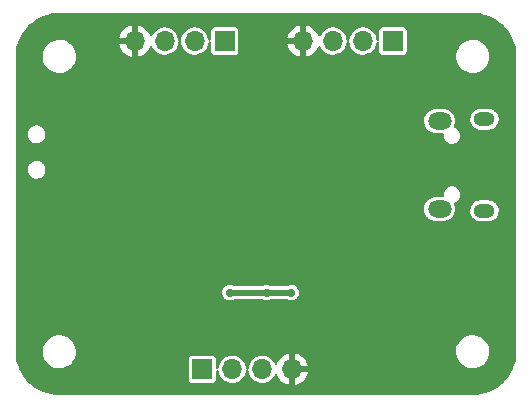
<source format=gbr>
%TF.GenerationSoftware,KiCad,Pcbnew,(6.0.9-0)*%
%TF.CreationDate,2022-12-10T19:00:01+01:00*%
%TF.ProjectId,KiCAD v6 Tutorial STM32,4b694341-4420-4763-9620-5475746f7269,rev?*%
%TF.SameCoordinates,Original*%
%TF.FileFunction,Copper,L2,Bot*%
%TF.FilePolarity,Positive*%
%FSLAX46Y46*%
G04 Gerber Fmt 4.6, Leading zero omitted, Abs format (unit mm)*
G04 Created by KiCad (PCBNEW (6.0.9-0)) date 2022-12-10 19:00:01*
%MOMM*%
%LPD*%
G01*
G04 APERTURE LIST*
%TA.AperFunction,ComponentPad*%
%ADD10O,2.000000X1.450000*%
%TD*%
%TA.AperFunction,ComponentPad*%
%ADD11O,1.800000X1.150000*%
%TD*%
%TA.AperFunction,ComponentPad*%
%ADD12R,1.700000X1.700000*%
%TD*%
%TA.AperFunction,ComponentPad*%
%ADD13O,1.700000X1.700000*%
%TD*%
%TA.AperFunction,ViaPad*%
%ADD14C,0.700000*%
%TD*%
%TA.AperFunction,Conductor*%
%ADD15C,0.500000*%
%TD*%
G04 APERTURE END LIST*
D10*
%TO.P,J1,6,Shield*%
%TO.N,N/C*%
X159695000Y-73425000D03*
D11*
X163495000Y-65825000D03*
X163495000Y-73575000D03*
D10*
X159695000Y-65975000D03*
%TD*%
D12*
%TO.P,J2,1,Pin_1*%
%TO.N,+3.3V*%
X141500000Y-59200000D03*
D13*
%TO.P,J2,2,Pin_2*%
%TO.N,/USART1_TX*%
X138960000Y-59200000D03*
%TO.P,J2,3,Pin_3*%
%TO.N,/USART_RX*%
X136420000Y-59200000D03*
%TO.P,J2,4,Pin_4*%
%TO.N,GND*%
X133880000Y-59200000D03*
%TD*%
D12*
%TO.P,J4,1,Pin_1*%
%TO.N,+3.3V*%
X139600000Y-87000000D03*
D13*
%TO.P,J4,2,Pin_2*%
%TO.N,/I2C2_SCL*%
X142140000Y-87000000D03*
%TO.P,J4,3,Pin_3*%
%TO.N,/I2C2_SDA*%
X144680000Y-87000000D03*
%TO.P,J4,4,Pin_4*%
%TO.N,GND*%
X147220000Y-87000000D03*
%TD*%
D12*
%TO.P,J3,1,Pin_1*%
%TO.N,+3.3V*%
X155750000Y-59200000D03*
D13*
%TO.P,J3,2,Pin_2*%
%TO.N,/SWDIO*%
X153210000Y-59200000D03*
%TO.P,J3,3,Pin_3*%
%TO.N,/SWCLK*%
X150670000Y-59200000D03*
%TO.P,J3,4,Pin_4*%
%TO.N,GND*%
X148130000Y-59200000D03*
%TD*%
D14*
%TO.N,+3.3V*%
X145050000Y-80500000D03*
X141950000Y-80500000D03*
X147150000Y-80500000D03*
%TO.N,GND*%
X147500000Y-73750000D03*
X137600000Y-73650000D03*
X155650000Y-78500000D03*
X158250000Y-77000000D03*
X132850000Y-71850000D03*
X139300000Y-66450000D03*
X156000000Y-74500000D03*
X127750000Y-65200000D03*
X152100000Y-68950000D03*
X160900000Y-68400000D03*
X143000000Y-68150000D03*
X143750000Y-77150000D03*
X159200000Y-77000000D03*
X137600000Y-68450000D03*
X137000000Y-76000000D03*
X156000000Y-73500000D03*
X137000000Y-77500000D03*
X142550000Y-72100000D03*
X161000000Y-75000000D03*
X156500000Y-78500000D03*
%TD*%
D15*
%TO.N,+3.3V*%
X145050000Y-80500000D02*
X141950000Y-80500000D01*
X147150000Y-80500000D02*
X145050000Y-80500000D01*
%TD*%
%TA.AperFunction,Conductor*%
%TO.N,GND*%
G36*
X162484391Y-56802384D02*
G01*
X162500000Y-56805136D01*
X162510684Y-56803252D01*
X162517609Y-56803252D01*
X162534466Y-56802193D01*
X162856534Y-56818015D01*
X162868639Y-56819208D01*
X163215721Y-56870693D01*
X163227636Y-56873063D01*
X163568008Y-56958321D01*
X163579644Y-56961851D01*
X163910000Y-57080055D01*
X163921235Y-57084708D01*
X164079835Y-57159720D01*
X164238430Y-57234730D01*
X164249162Y-57240467D01*
X164550102Y-57420844D01*
X164560220Y-57427604D01*
X164842050Y-57636623D01*
X164851456Y-57644343D01*
X165111428Y-57879967D01*
X165120033Y-57888572D01*
X165355657Y-58148544D01*
X165363377Y-58157950D01*
X165572396Y-58439780D01*
X165579156Y-58449898D01*
X165759533Y-58750838D01*
X165765270Y-58761570D01*
X165915290Y-59078761D01*
X165919945Y-59090000D01*
X166009983Y-59341638D01*
X166038148Y-59420354D01*
X166041679Y-59431992D01*
X166126937Y-59772364D01*
X166129307Y-59784279D01*
X166180792Y-60131358D01*
X166181985Y-60143466D01*
X166196505Y-60439031D01*
X166197807Y-60465533D01*
X166196748Y-60482391D01*
X166196748Y-60489316D01*
X166194864Y-60500000D01*
X166196748Y-60510683D01*
X166197616Y-60515606D01*
X166199500Y-60537139D01*
X166199500Y-85462861D01*
X166197616Y-85484391D01*
X166194864Y-85500000D01*
X166196748Y-85510684D01*
X166196748Y-85517609D01*
X166197807Y-85534466D01*
X166182262Y-85850901D01*
X166181985Y-85856531D01*
X166180792Y-85868639D01*
X166130287Y-86209122D01*
X166129309Y-86215713D01*
X166126937Y-86227636D01*
X166041681Y-86568001D01*
X166038149Y-86579644D01*
X165923424Y-86900278D01*
X165919946Y-86909997D01*
X165915292Y-86921235D01*
X165878039Y-87000000D01*
X165765270Y-87238430D01*
X165759533Y-87249162D01*
X165579156Y-87550102D01*
X165572396Y-87560220D01*
X165363377Y-87842050D01*
X165355657Y-87851456D01*
X165120033Y-88111428D01*
X165111428Y-88120033D01*
X164851456Y-88355657D01*
X164842050Y-88363377D01*
X164560220Y-88572396D01*
X164550102Y-88579156D01*
X164249162Y-88759533D01*
X164238430Y-88765270D01*
X164079834Y-88840280D01*
X163921235Y-88915292D01*
X163910000Y-88919945D01*
X163579646Y-89038148D01*
X163568008Y-89041679D01*
X163227636Y-89126937D01*
X163215721Y-89129307D01*
X162868639Y-89180792D01*
X162856534Y-89181985D01*
X162534466Y-89197807D01*
X162517609Y-89196748D01*
X162510684Y-89196748D01*
X162500000Y-89194864D01*
X162484391Y-89197616D01*
X162462861Y-89199500D01*
X127537139Y-89199500D01*
X127515609Y-89197616D01*
X127500000Y-89194864D01*
X127489316Y-89196748D01*
X127482391Y-89196748D01*
X127465534Y-89197807D01*
X127143466Y-89181985D01*
X127131361Y-89180792D01*
X126784279Y-89129307D01*
X126772364Y-89126937D01*
X126431992Y-89041679D01*
X126420354Y-89038148D01*
X126090000Y-88919945D01*
X126078765Y-88915292D01*
X125920165Y-88840280D01*
X125761570Y-88765270D01*
X125750838Y-88759533D01*
X125449898Y-88579156D01*
X125439780Y-88572396D01*
X125157950Y-88363377D01*
X125148544Y-88355657D01*
X124888572Y-88120033D01*
X124879967Y-88111428D01*
X124683488Y-87894646D01*
X138449500Y-87894646D01*
X138452618Y-87920846D01*
X138498061Y-88023153D01*
X138577287Y-88102241D01*
X138587758Y-88106870D01*
X138587759Y-88106871D01*
X138671147Y-88143737D01*
X138671149Y-88143738D01*
X138679673Y-88147506D01*
X138705354Y-88150500D01*
X140494646Y-88150500D01*
X140498300Y-88150065D01*
X140498302Y-88150065D01*
X140503266Y-88149474D01*
X140520846Y-88147382D01*
X140623153Y-88101939D01*
X140702241Y-88022713D01*
X140747506Y-87920327D01*
X140750500Y-87894646D01*
X140750500Y-87180300D01*
X140770185Y-87113261D01*
X140822989Y-87067506D01*
X140892147Y-87057562D01*
X140955703Y-87086587D01*
X140993477Y-87145365D01*
X140998234Y-87172190D01*
X140998423Y-87175072D01*
X140998425Y-87175082D01*
X140998796Y-87180749D01*
X141050845Y-87385690D01*
X141053219Y-87390841D01*
X141053221Y-87390845D01*
X141090908Y-87472594D01*
X141139369Y-87577714D01*
X141261405Y-87750391D01*
X141412865Y-87897937D01*
X141417588Y-87901093D01*
X141417592Y-87901096D01*
X141488663Y-87948584D01*
X141588677Y-88015411D01*
X141782953Y-88098878D01*
X141818277Y-88106871D01*
X141983638Y-88144289D01*
X141983642Y-88144290D01*
X141989186Y-88145544D01*
X142115315Y-88150500D01*
X142194789Y-88153623D01*
X142194791Y-88153623D01*
X142200470Y-88153846D01*
X142206090Y-88153031D01*
X142206092Y-88153031D01*
X142404103Y-88124320D01*
X142404104Y-88124320D01*
X142409730Y-88123504D01*
X142445305Y-88111428D01*
X142604565Y-88057367D01*
X142604568Y-88057366D01*
X142609955Y-88055537D01*
X142614916Y-88052759D01*
X142614922Y-88052756D01*
X142721530Y-87993052D01*
X142794442Y-87952219D01*
X142832165Y-87920846D01*
X142952645Y-87820644D01*
X142957012Y-87817012D01*
X142999155Y-87766340D01*
X143088584Y-87658813D01*
X143088585Y-87658811D01*
X143092219Y-87654442D01*
X143144986Y-87560220D01*
X143192756Y-87474922D01*
X143192759Y-87474916D01*
X143195537Y-87469955D01*
X143211232Y-87423721D01*
X143261675Y-87275118D01*
X143263504Y-87269730D01*
X143265726Y-87254404D01*
X143287820Y-87102033D01*
X143316921Y-87038512D01*
X143370225Y-87004346D01*
X143450974Y-87004346D01*
X143504347Y-87038736D01*
X143533296Y-87102327D01*
X143534271Y-87111707D01*
X143538796Y-87180749D01*
X143590845Y-87385690D01*
X143593219Y-87390841D01*
X143593221Y-87390845D01*
X143630908Y-87472594D01*
X143679369Y-87577714D01*
X143801405Y-87750391D01*
X143952865Y-87897937D01*
X143957588Y-87901093D01*
X143957592Y-87901096D01*
X144028663Y-87948584D01*
X144128677Y-88015411D01*
X144322953Y-88098878D01*
X144358277Y-88106871D01*
X144523638Y-88144289D01*
X144523642Y-88144290D01*
X144529186Y-88145544D01*
X144655315Y-88150500D01*
X144734789Y-88153623D01*
X144734791Y-88153623D01*
X144740470Y-88153846D01*
X144746090Y-88153031D01*
X144746092Y-88153031D01*
X144944103Y-88124320D01*
X144944104Y-88124320D01*
X144949730Y-88123504D01*
X144985305Y-88111428D01*
X145144565Y-88057367D01*
X145144568Y-88057366D01*
X145149955Y-88055537D01*
X145154916Y-88052759D01*
X145154922Y-88052756D01*
X145261530Y-87993052D01*
X145334442Y-87952219D01*
X145372165Y-87920846D01*
X145492645Y-87820644D01*
X145497012Y-87817012D01*
X145539155Y-87766340D01*
X145628584Y-87658813D01*
X145628585Y-87658811D01*
X145632219Y-87654442D01*
X145734059Y-87472594D01*
X145783990Y-87423721D01*
X145852418Y-87409601D01*
X145917617Y-87434717D01*
X145954630Y-87480778D01*
X146044110Y-87672667D01*
X146049508Y-87682017D01*
X146178784Y-87866643D01*
X146185719Y-87874907D01*
X146345091Y-88034279D01*
X146353357Y-88041215D01*
X146537992Y-88170498D01*
X146547324Y-88175886D01*
X146751603Y-88271143D01*
X146761736Y-88274832D01*
X146952779Y-88326022D01*
X146966653Y-88325691D01*
X146970000Y-88317875D01*
X146970000Y-88312806D01*
X147470000Y-88312806D01*
X147473910Y-88326123D01*
X147482326Y-88327333D01*
X147678264Y-88274832D01*
X147688397Y-88271143D01*
X147892676Y-88175886D01*
X147902008Y-88170498D01*
X148086643Y-88041215D01*
X148094909Y-88034279D01*
X148254281Y-87874907D01*
X148261216Y-87866643D01*
X148390492Y-87682017D01*
X148395890Y-87672667D01*
X148491143Y-87468397D01*
X148494832Y-87458264D01*
X148546022Y-87267221D01*
X148545691Y-87253347D01*
X148537875Y-87250000D01*
X147487830Y-87250000D01*
X147472831Y-87254404D01*
X147471644Y-87255774D01*
X147470000Y-87263332D01*
X147470000Y-88312806D01*
X146970000Y-88312806D01*
X146970000Y-86732170D01*
X147470000Y-86732170D01*
X147474404Y-86747169D01*
X147475774Y-86748356D01*
X147483332Y-86750000D01*
X148532806Y-86750000D01*
X148546123Y-86746090D01*
X148547333Y-86737674D01*
X148494832Y-86541736D01*
X148491143Y-86531603D01*
X148395890Y-86327333D01*
X148390492Y-86317983D01*
X148261216Y-86133357D01*
X148254281Y-86125093D01*
X148094909Y-85965721D01*
X148086643Y-85958785D01*
X147902008Y-85829502D01*
X147892676Y-85824114D01*
X147688397Y-85728857D01*
X147678264Y-85725168D01*
X147487221Y-85673978D01*
X147473347Y-85674309D01*
X147470000Y-85682125D01*
X147470000Y-86732170D01*
X146970000Y-86732170D01*
X146970000Y-85687194D01*
X146966090Y-85673877D01*
X146957674Y-85672667D01*
X146761736Y-85725168D01*
X146751603Y-85728857D01*
X146547333Y-85824110D01*
X146537983Y-85829508D01*
X146353357Y-85958784D01*
X146345093Y-85965719D01*
X146185719Y-86125093D01*
X146178784Y-86133357D01*
X146049508Y-86317983D01*
X146044110Y-86327333D01*
X145952664Y-86523438D01*
X145906491Y-86575877D01*
X145839298Y-86595029D01*
X145772417Y-86574813D01*
X145729071Y-86525878D01*
X145665165Y-86396290D01*
X145538651Y-86226867D01*
X145534481Y-86223012D01*
X145534478Y-86223009D01*
X145428552Y-86125093D01*
X145383381Y-86083337D01*
X145377574Y-86079673D01*
X145209363Y-85973539D01*
X145209361Y-85973538D01*
X145204554Y-85970505D01*
X145008160Y-85892152D01*
X145002579Y-85891042D01*
X145002576Y-85891041D01*
X144889966Y-85868642D01*
X144800775Y-85850901D01*
X144795088Y-85850827D01*
X144795083Y-85850826D01*
X144595034Y-85848207D01*
X144595029Y-85848207D01*
X144589346Y-85848133D01*
X144583742Y-85849096D01*
X144583741Y-85849096D01*
X144386550Y-85882979D01*
X144386547Y-85882980D01*
X144380953Y-85883941D01*
X144182575Y-85957127D01*
X144177697Y-85960029D01*
X144177695Y-85960030D01*
X144005740Y-86062332D01*
X144005737Y-86062334D01*
X144000856Y-86065238D01*
X143841881Y-86204655D01*
X143838362Y-86209119D01*
X143838359Y-86209122D01*
X143813489Y-86240670D01*
X143710976Y-86370708D01*
X143612523Y-86557836D01*
X143610837Y-86563267D01*
X143610835Y-86563271D01*
X143575166Y-86678145D01*
X143549820Y-86759773D01*
X143532851Y-86903140D01*
X143505425Y-86967398D01*
X143450974Y-87004346D01*
X143370225Y-87004346D01*
X143370667Y-87004063D01*
X143318057Y-86972081D01*
X143287453Y-86909271D01*
X143286232Y-86899909D01*
X143276601Y-86795100D01*
X143276081Y-86789440D01*
X143218686Y-86585931D01*
X143125165Y-86396290D01*
X142998651Y-86226867D01*
X142994481Y-86223012D01*
X142994478Y-86223009D01*
X142888552Y-86125093D01*
X142843381Y-86083337D01*
X142837574Y-86079673D01*
X142669363Y-85973539D01*
X142669361Y-85973538D01*
X142664554Y-85970505D01*
X142468160Y-85892152D01*
X142462579Y-85891042D01*
X142462576Y-85891041D01*
X142349966Y-85868642D01*
X142260775Y-85850901D01*
X142255088Y-85850827D01*
X142255083Y-85850826D01*
X142055034Y-85848207D01*
X142055029Y-85848207D01*
X142049346Y-85848133D01*
X142043742Y-85849096D01*
X142043741Y-85849096D01*
X141846550Y-85882979D01*
X141846547Y-85882980D01*
X141840953Y-85883941D01*
X141642575Y-85957127D01*
X141637697Y-85960029D01*
X141637695Y-85960030D01*
X141465740Y-86062332D01*
X141465737Y-86062334D01*
X141460856Y-86065238D01*
X141301881Y-86204655D01*
X141298362Y-86209119D01*
X141298359Y-86209122D01*
X141273489Y-86240670D01*
X141170976Y-86370708D01*
X141072523Y-86557836D01*
X141070837Y-86563267D01*
X141070835Y-86563271D01*
X141035166Y-86678145D01*
X141009820Y-86759773D01*
X141009152Y-86765418D01*
X141009151Y-86765422D01*
X140997640Y-86862681D01*
X140970213Y-86926942D01*
X140912397Y-86966173D01*
X140842549Y-86967919D01*
X140782845Y-86931625D01*
X140752241Y-86868814D01*
X140750500Y-86848106D01*
X140750500Y-86105354D01*
X140747382Y-86079154D01*
X140701939Y-85976847D01*
X140622713Y-85897759D01*
X140612242Y-85893130D01*
X140612241Y-85893129D01*
X140528853Y-85856263D01*
X140528851Y-85856262D01*
X140520327Y-85852494D01*
X140494646Y-85849500D01*
X138705354Y-85849500D01*
X138701700Y-85849935D01*
X138701698Y-85849935D01*
X138696734Y-85850526D01*
X138679154Y-85852618D01*
X138576847Y-85898061D01*
X138497759Y-85977287D01*
X138493130Y-85987758D01*
X138493129Y-85987759D01*
X138458876Y-86065238D01*
X138452494Y-86079673D01*
X138449500Y-86105354D01*
X138449500Y-87894646D01*
X124683488Y-87894646D01*
X124644343Y-87851456D01*
X124636623Y-87842050D01*
X124427604Y-87560220D01*
X124420844Y-87550102D01*
X124240467Y-87249162D01*
X124234730Y-87238430D01*
X124121961Y-87000000D01*
X124084708Y-86921235D01*
X124080054Y-86909997D01*
X124076577Y-86900278D01*
X123961851Y-86579644D01*
X123958319Y-86568001D01*
X123873063Y-86227636D01*
X123870691Y-86215713D01*
X123869714Y-86209122D01*
X123819208Y-85868639D01*
X123818015Y-85856531D01*
X123817739Y-85850901D01*
X123802193Y-85534466D01*
X123803252Y-85517609D01*
X123803252Y-85510684D01*
X123805136Y-85500000D01*
X123802384Y-85484391D01*
X123800500Y-85462861D01*
X123800500Y-85433789D01*
X126095996Y-85433789D01*
X126104913Y-85671295D01*
X126105990Y-85676430D01*
X126105991Y-85676435D01*
X126152493Y-85898061D01*
X126153719Y-85903904D01*
X126155648Y-85908788D01*
X126155649Y-85908792D01*
X126186657Y-85987309D01*
X126241020Y-86124963D01*
X126243741Y-86129447D01*
X126243743Y-86129451D01*
X126311233Y-86240670D01*
X126364319Y-86328153D01*
X126520090Y-86507664D01*
X126703880Y-86658362D01*
X126708441Y-86660958D01*
X126708442Y-86660959D01*
X126905875Y-86773345D01*
X126905880Y-86773347D01*
X126910433Y-86775939D01*
X127133844Y-86857034D01*
X127367725Y-86899326D01*
X127392619Y-86900500D01*
X127559680Y-86900500D01*
X127562296Y-86900278D01*
X127562297Y-86900278D01*
X127731590Y-86885913D01*
X127736823Y-86885469D01*
X127966874Y-86825760D01*
X128183576Y-86728143D01*
X128380732Y-86595409D01*
X128552705Y-86431355D01*
X128694579Y-86240670D01*
X128696958Y-86235991D01*
X128799913Y-86033493D01*
X128799915Y-86033488D01*
X128802295Y-86028807D01*
X128815181Y-85987309D01*
X128871215Y-85806848D01*
X128872775Y-85801824D01*
X128873466Y-85796612D01*
X128903315Y-85571412D01*
X128903315Y-85571408D01*
X128904004Y-85566211D01*
X128899032Y-85433789D01*
X161095996Y-85433789D01*
X161104913Y-85671295D01*
X161105990Y-85676430D01*
X161105991Y-85676435D01*
X161152493Y-85898061D01*
X161153719Y-85903904D01*
X161155648Y-85908788D01*
X161155649Y-85908792D01*
X161186657Y-85987309D01*
X161241020Y-86124963D01*
X161243741Y-86129447D01*
X161243743Y-86129451D01*
X161311233Y-86240670D01*
X161364319Y-86328153D01*
X161520090Y-86507664D01*
X161703880Y-86658362D01*
X161708441Y-86660958D01*
X161708442Y-86660959D01*
X161905875Y-86773345D01*
X161905880Y-86773347D01*
X161910433Y-86775939D01*
X162133844Y-86857034D01*
X162367725Y-86899326D01*
X162392619Y-86900500D01*
X162559680Y-86900500D01*
X162562296Y-86900278D01*
X162562297Y-86900278D01*
X162731590Y-86885913D01*
X162736823Y-86885469D01*
X162966874Y-86825760D01*
X163183576Y-86728143D01*
X163380732Y-86595409D01*
X163552705Y-86431355D01*
X163694579Y-86240670D01*
X163696958Y-86235991D01*
X163799913Y-86033493D01*
X163799915Y-86033488D01*
X163802295Y-86028807D01*
X163815181Y-85987309D01*
X163871215Y-85806848D01*
X163872775Y-85801824D01*
X163873466Y-85796612D01*
X163903315Y-85571412D01*
X163903315Y-85571408D01*
X163904004Y-85566211D01*
X163895087Y-85328705D01*
X163867700Y-85198176D01*
X163847361Y-85101242D01*
X163847360Y-85101239D01*
X163846281Y-85096096D01*
X163758980Y-84875037D01*
X163691607Y-84764009D01*
X163638408Y-84676341D01*
X163635681Y-84671847D01*
X163479910Y-84492336D01*
X163296120Y-84341638D01*
X163178687Y-84274791D01*
X163094125Y-84226655D01*
X163094120Y-84226653D01*
X163089567Y-84224061D01*
X162866156Y-84142966D01*
X162632275Y-84100674D01*
X162607381Y-84099500D01*
X162440320Y-84099500D01*
X162437704Y-84099722D01*
X162437703Y-84099722D01*
X162426484Y-84100674D01*
X162263177Y-84114531D01*
X162033126Y-84174240D01*
X161816424Y-84271857D01*
X161619268Y-84404591D01*
X161447295Y-84568645D01*
X161305421Y-84759330D01*
X161303042Y-84764008D01*
X161303042Y-84764009D01*
X161248875Y-84870549D01*
X161197705Y-84971193D01*
X161127225Y-85198176D01*
X161095996Y-85433789D01*
X128899032Y-85433789D01*
X128895087Y-85328705D01*
X128867700Y-85198176D01*
X128847361Y-85101242D01*
X128847360Y-85101239D01*
X128846281Y-85096096D01*
X128758980Y-84875037D01*
X128691607Y-84764009D01*
X128638408Y-84676341D01*
X128635681Y-84671847D01*
X128479910Y-84492336D01*
X128296120Y-84341638D01*
X128178687Y-84274791D01*
X128094125Y-84226655D01*
X128094120Y-84226653D01*
X128089567Y-84224061D01*
X127866156Y-84142966D01*
X127632275Y-84100674D01*
X127607381Y-84099500D01*
X127440320Y-84099500D01*
X127437704Y-84099722D01*
X127437703Y-84099722D01*
X127426484Y-84100674D01*
X127263177Y-84114531D01*
X127033126Y-84174240D01*
X126816424Y-84271857D01*
X126619268Y-84404591D01*
X126447295Y-84568645D01*
X126305421Y-84759330D01*
X126303042Y-84764008D01*
X126303042Y-84764009D01*
X126248875Y-84870549D01*
X126197705Y-84971193D01*
X126127225Y-85198176D01*
X126095996Y-85433789D01*
X123800500Y-85433789D01*
X123800500Y-80493138D01*
X141294758Y-80493138D01*
X141295578Y-80500566D01*
X141295578Y-80500568D01*
X141297474Y-80517744D01*
X141312035Y-80649633D01*
X141366143Y-80797490D01*
X141453958Y-80928172D01*
X141476183Y-80948395D01*
X141564878Y-81029102D01*
X141564882Y-81029105D01*
X141570410Y-81034135D01*
X141576980Y-81037702D01*
X141576981Y-81037703D01*
X141702208Y-81105696D01*
X141708776Y-81109262D01*
X141811031Y-81136088D01*
X141853841Y-81147319D01*
X141853843Y-81147319D01*
X141861069Y-81149215D01*
X141938127Y-81150425D01*
X142011025Y-81151571D01*
X142011028Y-81151571D01*
X142018495Y-81151688D01*
X142025776Y-81150020D01*
X142025780Y-81150020D01*
X142164677Y-81118208D01*
X142164678Y-81118208D01*
X142171968Y-81116538D01*
X142276981Y-81063722D01*
X142332697Y-81050500D01*
X144669058Y-81050500D01*
X144728226Y-81065527D01*
X144808776Y-81109262D01*
X144911031Y-81136088D01*
X144953841Y-81147319D01*
X144953843Y-81147319D01*
X144961069Y-81149215D01*
X145038127Y-81150425D01*
X145111025Y-81151571D01*
X145111028Y-81151571D01*
X145118495Y-81151688D01*
X145125776Y-81150020D01*
X145125780Y-81150020D01*
X145264677Y-81118208D01*
X145264678Y-81118208D01*
X145271968Y-81116538D01*
X145376981Y-81063722D01*
X145432697Y-81050500D01*
X146769058Y-81050500D01*
X146828226Y-81065527D01*
X146908776Y-81109262D01*
X147011031Y-81136088D01*
X147053841Y-81147319D01*
X147053843Y-81147319D01*
X147061069Y-81149215D01*
X147138127Y-81150425D01*
X147211025Y-81151571D01*
X147211028Y-81151571D01*
X147218495Y-81151688D01*
X147225776Y-81150020D01*
X147225780Y-81150020D01*
X147364681Y-81118207D01*
X147371968Y-81116538D01*
X147512625Y-81045795D01*
X147518306Y-81040943D01*
X147518309Y-81040941D01*
X147626666Y-80948395D01*
X147626667Y-80948394D01*
X147632348Y-80943542D01*
X147643393Y-80928172D01*
X147663798Y-80899775D01*
X147724224Y-80815683D01*
X147782950Y-80669598D01*
X147784793Y-80656649D01*
X147804562Y-80517744D01*
X147804562Y-80517740D01*
X147805134Y-80513723D01*
X147805278Y-80500000D01*
X147786363Y-80343694D01*
X147730710Y-80196412D01*
X147722337Y-80184229D01*
X147645768Y-80072821D01*
X147645765Y-80072818D01*
X147641531Y-80066657D01*
X147523976Y-79961919D01*
X147384831Y-79888245D01*
X147232128Y-79849889D01*
X147150329Y-79849461D01*
X147082158Y-79849104D01*
X147082157Y-79849104D01*
X147074684Y-79849065D01*
X147067421Y-79850809D01*
X147067418Y-79850809D01*
X146998136Y-79867442D01*
X146921588Y-79885820D01*
X146856418Y-79919457D01*
X146824968Y-79935689D01*
X146768096Y-79949500D01*
X145431324Y-79949500D01*
X145373301Y-79935087D01*
X145291443Y-79891745D01*
X145291437Y-79891743D01*
X145284831Y-79888245D01*
X145132128Y-79849889D01*
X145050329Y-79849461D01*
X144982158Y-79849104D01*
X144982157Y-79849104D01*
X144974684Y-79849065D01*
X144967421Y-79850809D01*
X144967418Y-79850809D01*
X144898136Y-79867442D01*
X144821588Y-79885820D01*
X144756418Y-79919457D01*
X144724968Y-79935689D01*
X144668096Y-79949500D01*
X142331324Y-79949500D01*
X142273301Y-79935087D01*
X142191443Y-79891745D01*
X142191437Y-79891743D01*
X142184831Y-79888245D01*
X142032128Y-79849889D01*
X141950329Y-79849461D01*
X141882158Y-79849104D01*
X141882157Y-79849104D01*
X141874684Y-79849065D01*
X141867421Y-79850809D01*
X141867418Y-79850809D01*
X141798136Y-79867442D01*
X141721588Y-79885820D01*
X141581679Y-79958032D01*
X141463034Y-80061533D01*
X141372501Y-80190348D01*
X141315309Y-80337039D01*
X141294758Y-80493138D01*
X123800500Y-80493138D01*
X123800500Y-73417806D01*
X158389563Y-73417806D01*
X158390112Y-73423839D01*
X158390112Y-73423843D01*
X158399395Y-73525840D01*
X158407790Y-73618089D01*
X158409501Y-73623902D01*
X158409501Y-73623903D01*
X158411944Y-73632203D01*
X158464572Y-73811018D01*
X158557746Y-73989243D01*
X158651919Y-74106370D01*
X158679137Y-74140222D01*
X158683763Y-74145976D01*
X158837823Y-74275248D01*
X159014058Y-74372134D01*
X159019840Y-74373968D01*
X159019842Y-74373969D01*
X159199976Y-74431111D01*
X159199978Y-74431111D01*
X159205755Y-74432944D01*
X159260287Y-74439061D01*
X159358815Y-74450113D01*
X159358821Y-74450113D01*
X159362268Y-74450500D01*
X160020606Y-74450500D01*
X160023621Y-74450204D01*
X160023629Y-74450204D01*
X160164115Y-74436429D01*
X160164117Y-74436429D01*
X160170151Y-74435837D01*
X160362679Y-74377710D01*
X160540249Y-74283294D01*
X160696099Y-74156186D01*
X160824292Y-74001227D01*
X160831203Y-73988446D01*
X160917059Y-73829658D01*
X160917060Y-73829656D01*
X160919945Y-73824320D01*
X160979415Y-73632203D01*
X160990594Y-73525840D01*
X162290711Y-73525840D01*
X162300667Y-73715801D01*
X162351181Y-73899193D01*
X162439898Y-74067460D01*
X162444229Y-74072585D01*
X162444231Y-74072588D01*
X162558345Y-74207624D01*
X162562678Y-74212751D01*
X162568012Y-74216829D01*
X162708456Y-74324207D01*
X162708459Y-74324209D01*
X162713793Y-74328287D01*
X162719882Y-74331126D01*
X162719883Y-74331127D01*
X162880109Y-74405841D01*
X162886193Y-74408678D01*
X162892738Y-74410141D01*
X162892741Y-74410142D01*
X162984890Y-74430740D01*
X163071834Y-74450174D01*
X163077665Y-74450500D01*
X163867517Y-74450500D01*
X164009109Y-74435118D01*
X164189396Y-74374445D01*
X164352447Y-74276474D01*
X164479649Y-74156186D01*
X164485781Y-74150387D01*
X164490658Y-74145775D01*
X164540396Y-74072588D01*
X164593804Y-73994000D01*
X164593806Y-73993997D01*
X164597578Y-73988446D01*
X164600070Y-73982216D01*
X164600072Y-73982212D01*
X164665727Y-73818062D01*
X164668221Y-73811827D01*
X164669318Y-73805202D01*
X164698192Y-73630788D01*
X164698192Y-73630786D01*
X164699289Y-73624160D01*
X164689333Y-73434199D01*
X164638819Y-73250807D01*
X164550102Y-73082540D01*
X164506947Y-73031472D01*
X164431655Y-72942376D01*
X164431653Y-72942374D01*
X164427322Y-72937249D01*
X164343976Y-72873526D01*
X164281544Y-72825793D01*
X164281541Y-72825791D01*
X164276207Y-72821713D01*
X164203367Y-72787747D01*
X164109891Y-72744159D01*
X164103807Y-72741322D01*
X164097262Y-72739859D01*
X164097259Y-72739858D01*
X163985522Y-72714882D01*
X163918166Y-72699826D01*
X163912335Y-72699500D01*
X163122483Y-72699500D01*
X162980891Y-72714882D01*
X162800604Y-72775555D01*
X162637553Y-72873526D01*
X162499342Y-73004225D01*
X162495569Y-73009777D01*
X162495568Y-73009778D01*
X162442083Y-73088480D01*
X162392422Y-73161554D01*
X162389930Y-73167784D01*
X162389928Y-73167788D01*
X162369926Y-73217797D01*
X162321779Y-73338173D01*
X162320683Y-73344796D01*
X162320682Y-73344798D01*
X162306954Y-73427726D01*
X162290711Y-73525840D01*
X160990594Y-73525840D01*
X161000437Y-73432194D01*
X160992484Y-73344798D01*
X160984519Y-73257280D01*
X160982210Y-73231911D01*
X160925428Y-73038982D01*
X160922617Y-73033606D01*
X160920346Y-73027984D01*
X160921705Y-73027435D01*
X160909512Y-72966039D01*
X160935113Y-72901029D01*
X160984618Y-72865100D01*
X160984029Y-72863928D01*
X161128820Y-72791106D01*
X161128822Y-72791105D01*
X161135498Y-72787747D01*
X161141180Y-72782894D01*
X161141183Y-72782892D01*
X161258741Y-72682487D01*
X161264423Y-72677634D01*
X161363361Y-72539947D01*
X161426601Y-72382634D01*
X161450490Y-72214778D01*
X161450645Y-72200000D01*
X161430276Y-72031680D01*
X161370345Y-71873077D01*
X161361657Y-71860436D01*
X161278549Y-71739513D01*
X161278546Y-71739510D01*
X161274312Y-71733349D01*
X161147721Y-71620560D01*
X161133347Y-71612949D01*
X161004489Y-71544723D01*
X160997881Y-71541224D01*
X160833441Y-71499919D01*
X160747248Y-71499468D01*
X160671368Y-71499070D01*
X160671367Y-71499070D01*
X160663895Y-71499031D01*
X160642235Y-71504231D01*
X160506295Y-71536868D01*
X160506293Y-71536869D01*
X160499032Y-71538612D01*
X160492399Y-71542035D01*
X160492395Y-71542037D01*
X160425465Y-71576583D01*
X160348369Y-71616375D01*
X160220604Y-71727831D01*
X160123113Y-71866547D01*
X160061524Y-72024513D01*
X160039394Y-72192611D01*
X160040214Y-72200039D01*
X160040214Y-72200041D01*
X160047043Y-72261893D01*
X160034834Y-72330687D01*
X159987370Y-72381960D01*
X159923792Y-72399500D01*
X159369394Y-72399500D01*
X159366379Y-72399796D01*
X159366371Y-72399796D01*
X159225885Y-72413571D01*
X159225883Y-72413571D01*
X159219849Y-72414163D01*
X159027321Y-72472290D01*
X158849751Y-72566706D01*
X158693901Y-72693814D01*
X158565708Y-72848773D01*
X158562822Y-72854110D01*
X158562821Y-72854112D01*
X158481656Y-73004225D01*
X158470055Y-73025680D01*
X158410585Y-73217797D01*
X158389563Y-73417806D01*
X123800500Y-73417806D01*
X123800500Y-70140862D01*
X124815497Y-70140862D01*
X124845134Y-70313340D01*
X124913654Y-70474373D01*
X124917921Y-70480171D01*
X124917922Y-70480173D01*
X124975092Y-70557857D01*
X125017383Y-70615324D01*
X125022874Y-70619989D01*
X125022875Y-70619990D01*
X125145261Y-70723965D01*
X125145264Y-70723967D01*
X125150755Y-70728632D01*
X125157172Y-70731909D01*
X125157174Y-70731910D01*
X125223616Y-70765837D01*
X125306616Y-70808219D01*
X125313612Y-70809931D01*
X125313615Y-70809932D01*
X125384763Y-70827341D01*
X125476606Y-70849815D01*
X125482114Y-70850157D01*
X125482116Y-70850157D01*
X125485744Y-70850382D01*
X125485748Y-70850382D01*
X125487648Y-70850500D01*
X125613822Y-70850500D01*
X125743828Y-70835343D01*
X125750595Y-70832887D01*
X125750598Y-70832886D01*
X125901557Y-70778090D01*
X125901558Y-70778089D01*
X125908331Y-70775631D01*
X126054685Y-70679677D01*
X126059637Y-70674449D01*
X126059640Y-70674447D01*
X126170087Y-70557857D01*
X126170089Y-70557855D01*
X126175040Y-70552628D01*
X126178656Y-70546403D01*
X126178658Y-70546400D01*
X126259322Y-70407525D01*
X126262939Y-70401298D01*
X126313667Y-70233807D01*
X126324503Y-70059138D01*
X126294866Y-69886660D01*
X126226346Y-69725627D01*
X126173340Y-69653600D01*
X126126888Y-69590479D01*
X126126886Y-69590477D01*
X126122617Y-69584676D01*
X126042216Y-69516370D01*
X125994739Y-69476035D01*
X125994736Y-69476033D01*
X125989245Y-69471368D01*
X125982828Y-69468091D01*
X125982826Y-69468090D01*
X125892388Y-69421910D01*
X125833384Y-69391781D01*
X125826388Y-69390069D01*
X125826385Y-69390068D01*
X125755237Y-69372659D01*
X125663394Y-69350185D01*
X125657886Y-69349843D01*
X125657884Y-69349843D01*
X125654256Y-69349618D01*
X125654252Y-69349618D01*
X125652352Y-69349500D01*
X125526178Y-69349500D01*
X125396172Y-69364657D01*
X125389405Y-69367113D01*
X125389402Y-69367114D01*
X125238443Y-69421910D01*
X125231669Y-69424369D01*
X125085315Y-69520323D01*
X125080363Y-69525551D01*
X125080360Y-69525553D01*
X125018855Y-69590479D01*
X124964960Y-69647372D01*
X124961344Y-69653597D01*
X124961342Y-69653600D01*
X124922875Y-69719827D01*
X124877061Y-69798702D01*
X124826333Y-69966193D01*
X124815497Y-70140862D01*
X123800500Y-70140862D01*
X123800500Y-67140862D01*
X124815497Y-67140862D01*
X124845134Y-67313340D01*
X124913654Y-67474373D01*
X124917921Y-67480171D01*
X124917922Y-67480173D01*
X124975092Y-67557857D01*
X125017383Y-67615324D01*
X125022874Y-67619989D01*
X125022875Y-67619990D01*
X125145261Y-67723965D01*
X125145264Y-67723967D01*
X125150755Y-67728632D01*
X125157172Y-67731909D01*
X125157174Y-67731910D01*
X125223616Y-67765837D01*
X125306616Y-67808219D01*
X125313612Y-67809931D01*
X125313615Y-67809932D01*
X125384763Y-67827341D01*
X125476606Y-67849815D01*
X125482114Y-67850157D01*
X125482116Y-67850157D01*
X125485744Y-67850382D01*
X125485748Y-67850382D01*
X125487648Y-67850500D01*
X125613822Y-67850500D01*
X125743828Y-67835343D01*
X125750595Y-67832887D01*
X125750598Y-67832886D01*
X125901557Y-67778090D01*
X125901558Y-67778089D01*
X125908331Y-67775631D01*
X126054685Y-67679677D01*
X126059637Y-67674449D01*
X126059640Y-67674447D01*
X126170087Y-67557857D01*
X126170089Y-67557855D01*
X126175040Y-67552628D01*
X126178656Y-67546403D01*
X126178658Y-67546400D01*
X126259322Y-67407525D01*
X126262939Y-67401298D01*
X126313667Y-67233807D01*
X126324503Y-67059138D01*
X126294866Y-66886660D01*
X126289087Y-66873077D01*
X126254790Y-66792475D01*
X126226346Y-66725627D01*
X126222078Y-66719827D01*
X126126888Y-66590479D01*
X126126886Y-66590477D01*
X126122617Y-66584676D01*
X126075586Y-66544720D01*
X125994739Y-66476035D01*
X125994736Y-66476033D01*
X125989245Y-66471368D01*
X125982828Y-66468091D01*
X125982826Y-66468090D01*
X125892388Y-66421910D01*
X125833384Y-66391781D01*
X125826388Y-66390069D01*
X125826385Y-66390068D01*
X125738389Y-66368536D01*
X125663394Y-66350185D01*
X125657886Y-66349843D01*
X125657884Y-66349843D01*
X125654256Y-66349618D01*
X125654252Y-66349618D01*
X125652352Y-66349500D01*
X125526178Y-66349500D01*
X125396172Y-66364657D01*
X125389405Y-66367113D01*
X125389402Y-66367114D01*
X125238443Y-66421910D01*
X125231669Y-66424369D01*
X125159984Y-66471368D01*
X125121891Y-66496343D01*
X125085315Y-66520323D01*
X125080363Y-66525551D01*
X125080360Y-66525553D01*
X124969913Y-66642143D01*
X124964960Y-66647372D01*
X124961344Y-66653597D01*
X124961342Y-66653600D01*
X124892743Y-66771703D01*
X124877061Y-66798702D01*
X124826333Y-66966193D01*
X124815497Y-67140862D01*
X123800500Y-67140862D01*
X123800500Y-65967806D01*
X158389563Y-65967806D01*
X158390112Y-65973839D01*
X158390112Y-65973843D01*
X158398119Y-66061827D01*
X158407790Y-66168089D01*
X158409501Y-66173902D01*
X158409501Y-66173903D01*
X158461384Y-66350185D01*
X158464572Y-66361018D01*
X158557746Y-66539243D01*
X158683763Y-66695976D01*
X158837823Y-66825248D01*
X159014058Y-66922134D01*
X159019840Y-66923968D01*
X159019842Y-66923969D01*
X159199976Y-66981111D01*
X159199978Y-66981111D01*
X159205755Y-66982944D01*
X159260287Y-66989061D01*
X159358815Y-67000113D01*
X159358821Y-67000113D01*
X159362268Y-67000500D01*
X159923291Y-67000500D01*
X159990330Y-67020185D01*
X160036085Y-67072989D01*
X160046230Y-67140685D01*
X160039394Y-67192611D01*
X160040214Y-67200039D01*
X160040214Y-67200041D01*
X160041841Y-67214778D01*
X160057999Y-67361135D01*
X160060565Y-67368147D01*
X160060566Y-67368151D01*
X160074975Y-67407525D01*
X160116266Y-67520356D01*
X160120433Y-67526558D01*
X160120435Y-67526561D01*
X160141465Y-67557857D01*
X160210830Y-67661083D01*
X160216360Y-67666115D01*
X160330702Y-67770159D01*
X160330706Y-67770162D01*
X160336233Y-67775191D01*
X160485235Y-67856092D01*
X160580585Y-67881107D01*
X160642005Y-67897220D01*
X160642007Y-67897220D01*
X160649233Y-67899116D01*
X160732178Y-67900419D01*
X160811290Y-67901662D01*
X160811293Y-67901662D01*
X160818760Y-67901779D01*
X160941209Y-67873735D01*
X160976738Y-67865598D01*
X160976739Y-67865598D01*
X160984029Y-67863928D01*
X161101308Y-67804943D01*
X161128820Y-67791106D01*
X161128822Y-67791105D01*
X161135498Y-67787747D01*
X161141180Y-67782894D01*
X161141183Y-67782892D01*
X161258741Y-67682487D01*
X161264423Y-67677634D01*
X161363361Y-67539947D01*
X161426601Y-67382634D01*
X161437474Y-67306234D01*
X161449918Y-67218800D01*
X161449918Y-67218794D01*
X161450490Y-67214778D01*
X161450645Y-67200000D01*
X161435275Y-67072989D01*
X161431175Y-67039105D01*
X161431174Y-67039101D01*
X161430276Y-67031680D01*
X161405531Y-66966193D01*
X161372989Y-66880073D01*
X161372987Y-66880070D01*
X161370345Y-66873077D01*
X161337473Y-66825248D01*
X161278549Y-66739513D01*
X161278546Y-66739510D01*
X161274312Y-66733349D01*
X161190504Y-66658678D01*
X161153303Y-66625533D01*
X161153301Y-66625532D01*
X161147721Y-66620560D01*
X161071136Y-66580010D01*
X161004484Y-66544720D01*
X161004483Y-66544720D01*
X160997881Y-66541224D01*
X160990636Y-66539404D01*
X160988919Y-66538745D01*
X160933387Y-66496343D01*
X160909595Y-66430648D01*
X160918788Y-66376459D01*
X160919945Y-66374320D01*
X160979415Y-66182203D01*
X161000437Y-65982194D01*
X160999535Y-65972274D01*
X160982759Y-65787946D01*
X160982210Y-65781911D01*
X160980423Y-65775840D01*
X162290711Y-65775840D01*
X162300667Y-65965801D01*
X162351181Y-66149193D01*
X162439898Y-66317460D01*
X162444229Y-66322585D01*
X162444231Y-66322588D01*
X162533583Y-66428322D01*
X162562678Y-66462751D01*
X162568012Y-66466829D01*
X162708456Y-66574207D01*
X162708459Y-66574209D01*
X162713793Y-66578287D01*
X162719882Y-66581126D01*
X162719883Y-66581127D01*
X162850733Y-66642143D01*
X162886193Y-66658678D01*
X162892738Y-66660141D01*
X162892741Y-66660142D01*
X162984890Y-66680740D01*
X163071834Y-66700174D01*
X163077665Y-66700500D01*
X163867517Y-66700500D01*
X164009109Y-66685118D01*
X164189396Y-66624445D01*
X164352447Y-66526474D01*
X164490658Y-66395775D01*
X164494432Y-66390222D01*
X164593804Y-66244000D01*
X164593806Y-66243997D01*
X164597578Y-66238446D01*
X164600070Y-66232216D01*
X164600072Y-66232212D01*
X164665727Y-66068062D01*
X164668221Y-66061827D01*
X164682787Y-65973843D01*
X164698192Y-65880788D01*
X164698192Y-65880786D01*
X164699289Y-65874160D01*
X164689333Y-65684199D01*
X164638819Y-65500807D01*
X164550102Y-65332540D01*
X164480457Y-65250125D01*
X164431655Y-65192376D01*
X164431653Y-65192374D01*
X164427322Y-65187249D01*
X164341756Y-65121829D01*
X164281544Y-65075793D01*
X164281541Y-65075791D01*
X164276207Y-65071713D01*
X164184643Y-65029016D01*
X164109891Y-64994159D01*
X164103807Y-64991322D01*
X164097262Y-64989859D01*
X164097259Y-64989858D01*
X163985522Y-64964882D01*
X163918166Y-64949826D01*
X163912335Y-64949500D01*
X163122483Y-64949500D01*
X162980891Y-64964882D01*
X162800604Y-65025555D01*
X162637553Y-65123526D01*
X162632676Y-65128138D01*
X162505406Y-65248491D01*
X162499342Y-65254225D01*
X162495569Y-65259777D01*
X162495568Y-65259778D01*
X162397480Y-65404112D01*
X162392422Y-65411554D01*
X162389930Y-65417784D01*
X162389928Y-65417788D01*
X162359099Y-65494867D01*
X162321779Y-65588173D01*
X162320683Y-65594796D01*
X162320682Y-65594798D01*
X162292043Y-65767797D01*
X162290711Y-65775840D01*
X160980423Y-65775840D01*
X160978473Y-65769212D01*
X160927141Y-65594802D01*
X160927141Y-65594801D01*
X160925428Y-65588982D01*
X160832254Y-65410757D01*
X160738081Y-65293630D01*
X160710037Y-65258750D01*
X160710036Y-65258749D01*
X160706237Y-65254024D01*
X160552177Y-65124752D01*
X160375942Y-65027866D01*
X160370160Y-65026032D01*
X160370158Y-65026031D01*
X160190024Y-64968889D01*
X160190022Y-64968889D01*
X160184245Y-64967056D01*
X160129713Y-64960939D01*
X160031185Y-64949887D01*
X160031179Y-64949887D01*
X160027732Y-64949500D01*
X159369394Y-64949500D01*
X159366379Y-64949796D01*
X159366371Y-64949796D01*
X159225885Y-64963571D01*
X159225883Y-64963571D01*
X159219849Y-64964163D01*
X159027321Y-65022290D01*
X158849751Y-65116706D01*
X158693901Y-65243814D01*
X158565708Y-65398773D01*
X158562822Y-65404110D01*
X158562821Y-65404112D01*
X158507039Y-65507280D01*
X158470055Y-65575680D01*
X158410585Y-65767797D01*
X158389563Y-65967806D01*
X123800500Y-65967806D01*
X123800500Y-60537139D01*
X123802384Y-60515606D01*
X123803252Y-60510683D01*
X123805136Y-60500000D01*
X123803252Y-60489316D01*
X123803252Y-60482391D01*
X123802193Y-60465533D01*
X123803495Y-60439031D01*
X123803753Y-60433789D01*
X126095996Y-60433789D01*
X126104913Y-60671295D01*
X126105990Y-60676430D01*
X126105991Y-60676435D01*
X126152639Y-60898758D01*
X126153719Y-60903904D01*
X126241020Y-61124963D01*
X126243741Y-61129447D01*
X126243743Y-61129451D01*
X126311233Y-61240670D01*
X126364319Y-61328153D01*
X126520090Y-61507664D01*
X126703880Y-61658362D01*
X126708441Y-61660958D01*
X126708442Y-61660959D01*
X126905875Y-61773345D01*
X126905880Y-61773347D01*
X126910433Y-61775939D01*
X127133844Y-61857034D01*
X127367725Y-61899326D01*
X127392619Y-61900500D01*
X127559680Y-61900500D01*
X127562296Y-61900278D01*
X127562297Y-61900278D01*
X127731590Y-61885913D01*
X127736823Y-61885469D01*
X127966874Y-61825760D01*
X128183576Y-61728143D01*
X128380732Y-61595409D01*
X128552705Y-61431355D01*
X128694579Y-61240670D01*
X128696958Y-61235991D01*
X128799913Y-61033493D01*
X128799915Y-61033488D01*
X128802295Y-61028807D01*
X128872775Y-60801824D01*
X128904004Y-60566211D01*
X128895833Y-60348585D01*
X128895284Y-60333949D01*
X128895284Y-60333948D01*
X128895087Y-60328705D01*
X128889535Y-60302241D01*
X128847361Y-60101242D01*
X128847360Y-60101239D01*
X128846281Y-60096096D01*
X128834650Y-60066643D01*
X128795103Y-59966507D01*
X128758980Y-59875037D01*
X128703912Y-59784287D01*
X128638408Y-59676341D01*
X128635681Y-59671847D01*
X128479910Y-59492336D01*
X128443310Y-59462326D01*
X132552667Y-59462326D01*
X132605168Y-59658264D01*
X132608857Y-59668397D01*
X132704110Y-59872667D01*
X132709508Y-59882017D01*
X132838784Y-60066643D01*
X132845719Y-60074907D01*
X133005091Y-60234279D01*
X133013357Y-60241215D01*
X133197992Y-60370498D01*
X133207324Y-60375886D01*
X133411603Y-60471143D01*
X133421736Y-60474832D01*
X133612779Y-60526022D01*
X133626653Y-60525691D01*
X133630000Y-60517875D01*
X133630000Y-60512806D01*
X134130000Y-60512806D01*
X134133910Y-60526123D01*
X134142326Y-60527333D01*
X134338264Y-60474832D01*
X134348397Y-60471143D01*
X134552676Y-60375886D01*
X134562008Y-60370498D01*
X134746643Y-60241215D01*
X134754909Y-60234279D01*
X134914281Y-60074907D01*
X134921216Y-60066643D01*
X135050492Y-59882017D01*
X135055890Y-59872667D01*
X135147656Y-59675876D01*
X135193829Y-59623437D01*
X135261022Y-59604285D01*
X135327903Y-59624501D01*
X135372648Y-59676368D01*
X135408954Y-59755121D01*
X135419369Y-59777714D01*
X135541405Y-59950391D01*
X135545476Y-59954357D01*
X135545477Y-59954358D01*
X135562759Y-59971193D01*
X135692865Y-60097937D01*
X135697588Y-60101093D01*
X135697592Y-60101096D01*
X135761008Y-60143469D01*
X135868677Y-60215411D01*
X136062953Y-60298878D01*
X136098277Y-60306871D01*
X136263638Y-60344289D01*
X136263642Y-60344290D01*
X136269186Y-60345544D01*
X136395315Y-60350500D01*
X136474789Y-60353623D01*
X136474791Y-60353623D01*
X136480470Y-60353846D01*
X136486090Y-60353031D01*
X136486092Y-60353031D01*
X136684103Y-60324320D01*
X136684104Y-60324320D01*
X136689730Y-60323504D01*
X136708588Y-60317103D01*
X136884565Y-60257367D01*
X136884568Y-60257366D01*
X136889955Y-60255537D01*
X136894916Y-60252759D01*
X136894922Y-60252756D01*
X137001530Y-60193052D01*
X137074442Y-60152219D01*
X137112165Y-60120846D01*
X137232645Y-60020644D01*
X137237012Y-60017012D01*
X137240644Y-60012645D01*
X137368584Y-59858813D01*
X137368585Y-59858811D01*
X137372219Y-59854442D01*
X137422864Y-59764009D01*
X137472756Y-59674922D01*
X137472759Y-59674916D01*
X137475537Y-59669955D01*
X137506009Y-59580189D01*
X137541675Y-59475118D01*
X137543504Y-59469730D01*
X137545954Y-59452831D01*
X137567820Y-59302033D01*
X137596921Y-59238512D01*
X137650225Y-59204346D01*
X137730974Y-59204346D01*
X137784347Y-59238736D01*
X137813296Y-59302327D01*
X137814271Y-59311707D01*
X137818796Y-59380749D01*
X137870845Y-59585690D01*
X137873219Y-59590841D01*
X137873221Y-59590845D01*
X137950894Y-59759330D01*
X137959369Y-59777714D01*
X138081405Y-59950391D01*
X138085476Y-59954357D01*
X138085477Y-59954358D01*
X138102759Y-59971193D01*
X138232865Y-60097937D01*
X138237588Y-60101093D01*
X138237592Y-60101096D01*
X138301008Y-60143469D01*
X138408677Y-60215411D01*
X138602953Y-60298878D01*
X138638277Y-60306871D01*
X138803638Y-60344289D01*
X138803642Y-60344290D01*
X138809186Y-60345544D01*
X138935315Y-60350500D01*
X139014789Y-60353623D01*
X139014791Y-60353623D01*
X139020470Y-60353846D01*
X139026090Y-60353031D01*
X139026092Y-60353031D01*
X139224103Y-60324320D01*
X139224104Y-60324320D01*
X139229730Y-60323504D01*
X139248588Y-60317103D01*
X139424565Y-60257367D01*
X139424568Y-60257366D01*
X139429955Y-60255537D01*
X139434916Y-60252759D01*
X139434922Y-60252756D01*
X139541530Y-60193052D01*
X139614442Y-60152219D01*
X139652165Y-60120846D01*
X139772645Y-60020644D01*
X139777012Y-60017012D01*
X139780644Y-60012645D01*
X139908584Y-59858813D01*
X139908585Y-59858811D01*
X139912219Y-59854442D01*
X139962864Y-59764009D01*
X140012756Y-59674922D01*
X140012759Y-59674916D01*
X140015537Y-59669955D01*
X140046009Y-59580189D01*
X140081675Y-59475118D01*
X140083504Y-59469730D01*
X140096406Y-59380749D01*
X140102783Y-59336769D01*
X140131884Y-59273248D01*
X140190707Y-59235543D01*
X140260577Y-59235627D01*
X140319310Y-59273471D01*
X140348259Y-59337061D01*
X140349500Y-59354562D01*
X140349500Y-60094646D01*
X140352618Y-60120846D01*
X140398061Y-60223153D01*
X140477287Y-60302241D01*
X140487758Y-60306870D01*
X140487759Y-60306871D01*
X140571147Y-60343737D01*
X140571149Y-60343738D01*
X140579673Y-60347506D01*
X140605354Y-60350500D01*
X142394646Y-60350500D01*
X142398300Y-60350065D01*
X142398302Y-60350065D01*
X142403266Y-60349474D01*
X142420846Y-60347382D01*
X142523153Y-60301939D01*
X142602241Y-60222713D01*
X142637275Y-60143469D01*
X142643737Y-60128853D01*
X142643738Y-60128851D01*
X142647506Y-60120327D01*
X142650500Y-60094646D01*
X142650500Y-59462326D01*
X146802667Y-59462326D01*
X146855168Y-59658264D01*
X146858857Y-59668397D01*
X146954110Y-59872667D01*
X146959508Y-59882017D01*
X147088784Y-60066643D01*
X147095719Y-60074907D01*
X147255091Y-60234279D01*
X147263357Y-60241215D01*
X147447992Y-60370498D01*
X147457324Y-60375886D01*
X147661603Y-60471143D01*
X147671736Y-60474832D01*
X147862779Y-60526022D01*
X147876653Y-60525691D01*
X147880000Y-60517875D01*
X147880000Y-60512806D01*
X148380000Y-60512806D01*
X148383910Y-60526123D01*
X148392326Y-60527333D01*
X148588264Y-60474832D01*
X148598397Y-60471143D01*
X148678503Y-60433789D01*
X161095996Y-60433789D01*
X161104913Y-60671295D01*
X161105990Y-60676430D01*
X161105991Y-60676435D01*
X161152639Y-60898758D01*
X161153719Y-60903904D01*
X161241020Y-61124963D01*
X161243741Y-61129447D01*
X161243743Y-61129451D01*
X161311233Y-61240670D01*
X161364319Y-61328153D01*
X161520090Y-61507664D01*
X161703880Y-61658362D01*
X161708441Y-61660958D01*
X161708442Y-61660959D01*
X161905875Y-61773345D01*
X161905880Y-61773347D01*
X161910433Y-61775939D01*
X162133844Y-61857034D01*
X162367725Y-61899326D01*
X162392619Y-61900500D01*
X162559680Y-61900500D01*
X162562296Y-61900278D01*
X162562297Y-61900278D01*
X162731590Y-61885913D01*
X162736823Y-61885469D01*
X162966874Y-61825760D01*
X163183576Y-61728143D01*
X163380732Y-61595409D01*
X163552705Y-61431355D01*
X163694579Y-61240670D01*
X163696958Y-61235991D01*
X163799913Y-61033493D01*
X163799915Y-61033488D01*
X163802295Y-61028807D01*
X163872775Y-60801824D01*
X163904004Y-60566211D01*
X163895833Y-60348585D01*
X163895284Y-60333949D01*
X163895284Y-60333948D01*
X163895087Y-60328705D01*
X163889535Y-60302241D01*
X163847361Y-60101242D01*
X163847360Y-60101239D01*
X163846281Y-60096096D01*
X163834650Y-60066643D01*
X163795103Y-59966507D01*
X163758980Y-59875037D01*
X163703912Y-59784287D01*
X163638408Y-59676341D01*
X163635681Y-59671847D01*
X163479910Y-59492336D01*
X163296120Y-59341638D01*
X163291558Y-59339041D01*
X163094125Y-59226655D01*
X163094120Y-59226653D01*
X163089567Y-59224061D01*
X162866156Y-59142966D01*
X162632275Y-59100674D01*
X162607381Y-59099500D01*
X162440320Y-59099500D01*
X162437704Y-59099722D01*
X162437703Y-59099722D01*
X162426484Y-59100674D01*
X162263177Y-59114531D01*
X162033126Y-59174240D01*
X161816424Y-59271857D01*
X161619268Y-59404591D01*
X161447295Y-59568645D01*
X161305421Y-59759330D01*
X161303042Y-59764008D01*
X161303042Y-59764009D01*
X161210640Y-59945752D01*
X161197705Y-59971193D01*
X161196146Y-59976213D01*
X161196145Y-59976216D01*
X161146101Y-60137386D01*
X161127225Y-60198176D01*
X161126534Y-60203386D01*
X161126534Y-60203388D01*
X161103671Y-60375886D01*
X161095996Y-60433789D01*
X148678503Y-60433789D01*
X148802676Y-60375886D01*
X148812008Y-60370498D01*
X148996643Y-60241215D01*
X149004909Y-60234279D01*
X149164281Y-60074907D01*
X149171216Y-60066643D01*
X149300492Y-59882017D01*
X149305890Y-59872667D01*
X149397656Y-59675876D01*
X149443829Y-59623437D01*
X149511022Y-59604285D01*
X149577903Y-59624501D01*
X149622648Y-59676368D01*
X149658954Y-59755121D01*
X149669369Y-59777714D01*
X149791405Y-59950391D01*
X149795476Y-59954357D01*
X149795477Y-59954358D01*
X149812759Y-59971193D01*
X149942865Y-60097937D01*
X149947588Y-60101093D01*
X149947592Y-60101096D01*
X150011008Y-60143469D01*
X150118677Y-60215411D01*
X150312953Y-60298878D01*
X150348277Y-60306871D01*
X150513638Y-60344289D01*
X150513642Y-60344290D01*
X150519186Y-60345544D01*
X150645315Y-60350500D01*
X150724789Y-60353623D01*
X150724791Y-60353623D01*
X150730470Y-60353846D01*
X150736090Y-60353031D01*
X150736092Y-60353031D01*
X150934103Y-60324320D01*
X150934104Y-60324320D01*
X150939730Y-60323504D01*
X150958588Y-60317103D01*
X151134565Y-60257367D01*
X151134568Y-60257366D01*
X151139955Y-60255537D01*
X151144916Y-60252759D01*
X151144922Y-60252756D01*
X151251530Y-60193052D01*
X151324442Y-60152219D01*
X151362165Y-60120846D01*
X151482645Y-60020644D01*
X151487012Y-60017012D01*
X151490644Y-60012645D01*
X151618584Y-59858813D01*
X151618585Y-59858811D01*
X151622219Y-59854442D01*
X151672864Y-59764009D01*
X151722756Y-59674922D01*
X151722759Y-59674916D01*
X151725537Y-59669955D01*
X151756009Y-59580189D01*
X151791675Y-59475118D01*
X151793504Y-59469730D01*
X151795954Y-59452831D01*
X151817820Y-59302033D01*
X151846921Y-59238512D01*
X151900225Y-59204346D01*
X151980974Y-59204346D01*
X152034347Y-59238736D01*
X152063296Y-59302327D01*
X152064271Y-59311707D01*
X152068796Y-59380749D01*
X152120845Y-59585690D01*
X152123219Y-59590841D01*
X152123221Y-59590845D01*
X152200894Y-59759330D01*
X152209369Y-59777714D01*
X152331405Y-59950391D01*
X152335476Y-59954357D01*
X152335477Y-59954358D01*
X152352759Y-59971193D01*
X152482865Y-60097937D01*
X152487588Y-60101093D01*
X152487592Y-60101096D01*
X152551008Y-60143469D01*
X152658677Y-60215411D01*
X152852953Y-60298878D01*
X152888277Y-60306871D01*
X153053638Y-60344289D01*
X153053642Y-60344290D01*
X153059186Y-60345544D01*
X153185315Y-60350500D01*
X153264789Y-60353623D01*
X153264791Y-60353623D01*
X153270470Y-60353846D01*
X153276090Y-60353031D01*
X153276092Y-60353031D01*
X153474103Y-60324320D01*
X153474104Y-60324320D01*
X153479730Y-60323504D01*
X153498588Y-60317103D01*
X153674565Y-60257367D01*
X153674568Y-60257366D01*
X153679955Y-60255537D01*
X153684916Y-60252759D01*
X153684922Y-60252756D01*
X153791530Y-60193052D01*
X153864442Y-60152219D01*
X153902165Y-60120846D01*
X154022645Y-60020644D01*
X154027012Y-60017012D01*
X154030644Y-60012645D01*
X154158584Y-59858813D01*
X154158585Y-59858811D01*
X154162219Y-59854442D01*
X154212864Y-59764009D01*
X154262756Y-59674922D01*
X154262759Y-59674916D01*
X154265537Y-59669955D01*
X154296009Y-59580189D01*
X154331675Y-59475118D01*
X154333504Y-59469730D01*
X154346406Y-59380749D01*
X154352783Y-59336769D01*
X154381884Y-59273248D01*
X154440707Y-59235543D01*
X154510577Y-59235627D01*
X154569310Y-59273471D01*
X154598259Y-59337061D01*
X154599500Y-59354562D01*
X154599500Y-60094646D01*
X154602618Y-60120846D01*
X154648061Y-60223153D01*
X154727287Y-60302241D01*
X154737758Y-60306870D01*
X154737759Y-60306871D01*
X154821147Y-60343737D01*
X154821149Y-60343738D01*
X154829673Y-60347506D01*
X154855354Y-60350500D01*
X156644646Y-60350500D01*
X156648300Y-60350065D01*
X156648302Y-60350065D01*
X156653266Y-60349474D01*
X156670846Y-60347382D01*
X156773153Y-60301939D01*
X156852241Y-60222713D01*
X156887275Y-60143469D01*
X156893737Y-60128853D01*
X156893738Y-60128851D01*
X156897506Y-60120327D01*
X156900500Y-60094646D01*
X156900500Y-58305354D01*
X156897382Y-58279154D01*
X156851939Y-58176847D01*
X156772713Y-58097759D01*
X156762242Y-58093130D01*
X156762241Y-58093129D01*
X156678853Y-58056263D01*
X156678851Y-58056262D01*
X156670327Y-58052494D01*
X156644646Y-58049500D01*
X154855354Y-58049500D01*
X154851700Y-58049935D01*
X154851698Y-58049935D01*
X154846734Y-58050526D01*
X154829154Y-58052618D01*
X154726847Y-58098061D01*
X154647759Y-58177287D01*
X154643130Y-58187758D01*
X154643129Y-58187759D01*
X154608876Y-58265238D01*
X154602494Y-58279673D01*
X154599500Y-58305354D01*
X154599500Y-59042727D01*
X154579815Y-59109766D01*
X154527011Y-59155521D01*
X154457853Y-59165465D01*
X154394297Y-59136440D01*
X154356523Y-59077662D01*
X154352020Y-59054073D01*
X154346601Y-58995101D01*
X154346601Y-58995100D01*
X154346081Y-58989440D01*
X154288686Y-58785931D01*
X154195165Y-58596290D01*
X154068651Y-58426867D01*
X154064481Y-58423012D01*
X154064478Y-58423009D01*
X153958552Y-58325093D01*
X153913381Y-58283337D01*
X153907574Y-58279673D01*
X153739363Y-58173539D01*
X153739361Y-58173538D01*
X153734554Y-58170505D01*
X153538160Y-58092152D01*
X153532579Y-58091042D01*
X153532576Y-58091041D01*
X153434467Y-58071526D01*
X153330775Y-58050901D01*
X153325088Y-58050827D01*
X153325083Y-58050826D01*
X153125034Y-58048207D01*
X153125029Y-58048207D01*
X153119346Y-58048133D01*
X153113742Y-58049096D01*
X153113741Y-58049096D01*
X152916550Y-58082979D01*
X152916547Y-58082980D01*
X152910953Y-58083941D01*
X152712575Y-58157127D01*
X152707697Y-58160029D01*
X152707695Y-58160030D01*
X152535740Y-58262332D01*
X152535737Y-58262334D01*
X152530856Y-58265238D01*
X152371881Y-58404655D01*
X152368362Y-58409119D01*
X152368359Y-58409122D01*
X152350782Y-58431419D01*
X152240976Y-58570708D01*
X152142523Y-58757836D01*
X152079820Y-58959773D01*
X152062851Y-59103140D01*
X152035425Y-59167398D01*
X151980974Y-59204346D01*
X151900225Y-59204346D01*
X151900667Y-59204063D01*
X151848057Y-59172081D01*
X151817453Y-59109271D01*
X151816232Y-59099909D01*
X151806601Y-58995100D01*
X151806081Y-58989440D01*
X151748686Y-58785931D01*
X151655165Y-58596290D01*
X151528651Y-58426867D01*
X151524481Y-58423012D01*
X151524478Y-58423009D01*
X151418552Y-58325093D01*
X151373381Y-58283337D01*
X151367574Y-58279673D01*
X151199363Y-58173539D01*
X151199361Y-58173538D01*
X151194554Y-58170505D01*
X150998160Y-58092152D01*
X150992579Y-58091042D01*
X150992576Y-58091041D01*
X150894467Y-58071526D01*
X150790775Y-58050901D01*
X150785088Y-58050827D01*
X150785083Y-58050826D01*
X150585034Y-58048207D01*
X150585029Y-58048207D01*
X150579346Y-58048133D01*
X150573742Y-58049096D01*
X150573741Y-58049096D01*
X150376550Y-58082979D01*
X150376547Y-58082980D01*
X150370953Y-58083941D01*
X150172575Y-58157127D01*
X150167697Y-58160029D01*
X150167695Y-58160030D01*
X149995740Y-58262332D01*
X149995737Y-58262334D01*
X149990856Y-58265238D01*
X149831881Y-58404655D01*
X149828362Y-58409119D01*
X149828359Y-58409122D01*
X149810782Y-58431419D01*
X149700976Y-58570708D01*
X149698325Y-58575747D01*
X149618685Y-58727117D01*
X149570050Y-58777281D01*
X149502015Y-58793187D01*
X149436181Y-58769786D01*
X149396565Y-58721786D01*
X149305890Y-58527333D01*
X149300492Y-58517983D01*
X149171216Y-58333357D01*
X149164281Y-58325093D01*
X149004909Y-58165721D01*
X148996643Y-58158785D01*
X148812008Y-58029502D01*
X148802676Y-58024114D01*
X148598397Y-57928857D01*
X148588264Y-57925168D01*
X148397221Y-57873978D01*
X148383347Y-57874309D01*
X148380000Y-57882125D01*
X148380000Y-60512806D01*
X147880000Y-60512806D01*
X147880000Y-59467830D01*
X147875596Y-59452831D01*
X147874226Y-59451644D01*
X147866668Y-59450000D01*
X146817194Y-59450000D01*
X146803877Y-59453910D01*
X146802667Y-59462326D01*
X142650500Y-59462326D01*
X142650500Y-58932779D01*
X146803978Y-58932779D01*
X146804309Y-58946653D01*
X146812125Y-58950000D01*
X147862170Y-58950000D01*
X147877169Y-58945596D01*
X147878356Y-58944226D01*
X147880000Y-58936668D01*
X147880000Y-57887194D01*
X147876090Y-57873877D01*
X147867674Y-57872667D01*
X147671736Y-57925168D01*
X147661603Y-57928857D01*
X147457333Y-58024110D01*
X147447983Y-58029508D01*
X147263357Y-58158784D01*
X147255093Y-58165719D01*
X147095719Y-58325093D01*
X147088784Y-58333357D01*
X146959508Y-58517983D01*
X146954110Y-58527333D01*
X146858857Y-58731603D01*
X146855168Y-58741736D01*
X146803978Y-58932779D01*
X142650500Y-58932779D01*
X142650500Y-58305354D01*
X142647382Y-58279154D01*
X142601939Y-58176847D01*
X142522713Y-58097759D01*
X142512242Y-58093130D01*
X142512241Y-58093129D01*
X142428853Y-58056263D01*
X142428851Y-58056262D01*
X142420327Y-58052494D01*
X142394646Y-58049500D01*
X140605354Y-58049500D01*
X140601700Y-58049935D01*
X140601698Y-58049935D01*
X140596734Y-58050526D01*
X140579154Y-58052618D01*
X140476847Y-58098061D01*
X140397759Y-58177287D01*
X140393130Y-58187758D01*
X140393129Y-58187759D01*
X140358876Y-58265238D01*
X140352494Y-58279673D01*
X140349500Y-58305354D01*
X140349500Y-59042727D01*
X140329815Y-59109766D01*
X140277011Y-59155521D01*
X140207853Y-59165465D01*
X140144297Y-59136440D01*
X140106523Y-59077662D01*
X140102020Y-59054073D01*
X140096601Y-58995101D01*
X140096601Y-58995100D01*
X140096081Y-58989440D01*
X140038686Y-58785931D01*
X139945165Y-58596290D01*
X139818651Y-58426867D01*
X139814481Y-58423012D01*
X139814478Y-58423009D01*
X139708552Y-58325093D01*
X139663381Y-58283337D01*
X139657574Y-58279673D01*
X139489363Y-58173539D01*
X139489361Y-58173538D01*
X139484554Y-58170505D01*
X139288160Y-58092152D01*
X139282579Y-58091042D01*
X139282576Y-58091041D01*
X139184467Y-58071526D01*
X139080775Y-58050901D01*
X139075088Y-58050827D01*
X139075083Y-58050826D01*
X138875034Y-58048207D01*
X138875029Y-58048207D01*
X138869346Y-58048133D01*
X138863742Y-58049096D01*
X138863741Y-58049096D01*
X138666550Y-58082979D01*
X138666547Y-58082980D01*
X138660953Y-58083941D01*
X138462575Y-58157127D01*
X138457697Y-58160029D01*
X138457695Y-58160030D01*
X138285740Y-58262332D01*
X138285737Y-58262334D01*
X138280856Y-58265238D01*
X138121881Y-58404655D01*
X138118362Y-58409119D01*
X138118359Y-58409122D01*
X138100782Y-58431419D01*
X137990976Y-58570708D01*
X137892523Y-58757836D01*
X137829820Y-58959773D01*
X137812851Y-59103140D01*
X137785425Y-59167398D01*
X137730974Y-59204346D01*
X137650225Y-59204346D01*
X137650667Y-59204063D01*
X137598057Y-59172081D01*
X137567453Y-59109271D01*
X137566232Y-59099909D01*
X137556601Y-58995100D01*
X137556081Y-58989440D01*
X137498686Y-58785931D01*
X137405165Y-58596290D01*
X137278651Y-58426867D01*
X137274481Y-58423012D01*
X137274478Y-58423009D01*
X137168552Y-58325093D01*
X137123381Y-58283337D01*
X137117574Y-58279673D01*
X136949363Y-58173539D01*
X136949361Y-58173538D01*
X136944554Y-58170505D01*
X136748160Y-58092152D01*
X136742579Y-58091042D01*
X136742576Y-58091041D01*
X136644467Y-58071526D01*
X136540775Y-58050901D01*
X136535088Y-58050827D01*
X136535083Y-58050826D01*
X136335034Y-58048207D01*
X136335029Y-58048207D01*
X136329346Y-58048133D01*
X136323742Y-58049096D01*
X136323741Y-58049096D01*
X136126550Y-58082979D01*
X136126547Y-58082980D01*
X136120953Y-58083941D01*
X135922575Y-58157127D01*
X135917697Y-58160029D01*
X135917695Y-58160030D01*
X135745740Y-58262332D01*
X135745737Y-58262334D01*
X135740856Y-58265238D01*
X135581881Y-58404655D01*
X135578362Y-58409119D01*
X135578359Y-58409122D01*
X135560782Y-58431419D01*
X135450976Y-58570708D01*
X135448325Y-58575747D01*
X135368685Y-58727117D01*
X135320050Y-58777281D01*
X135252015Y-58793187D01*
X135186181Y-58769786D01*
X135146565Y-58721786D01*
X135055890Y-58527333D01*
X135050492Y-58517983D01*
X134921216Y-58333357D01*
X134914281Y-58325093D01*
X134754909Y-58165721D01*
X134746643Y-58158785D01*
X134562008Y-58029502D01*
X134552676Y-58024114D01*
X134348397Y-57928857D01*
X134338264Y-57925168D01*
X134147221Y-57873978D01*
X134133347Y-57874309D01*
X134130000Y-57882125D01*
X134130000Y-60512806D01*
X133630000Y-60512806D01*
X133630000Y-59467830D01*
X133625596Y-59452831D01*
X133624226Y-59451644D01*
X133616668Y-59450000D01*
X132567194Y-59450000D01*
X132553877Y-59453910D01*
X132552667Y-59462326D01*
X128443310Y-59462326D01*
X128296120Y-59341638D01*
X128291558Y-59339041D01*
X128094125Y-59226655D01*
X128094120Y-59226653D01*
X128089567Y-59224061D01*
X127866156Y-59142966D01*
X127632275Y-59100674D01*
X127607381Y-59099500D01*
X127440320Y-59099500D01*
X127437704Y-59099722D01*
X127437703Y-59099722D01*
X127426484Y-59100674D01*
X127263177Y-59114531D01*
X127033126Y-59174240D01*
X126816424Y-59271857D01*
X126619268Y-59404591D01*
X126447295Y-59568645D01*
X126305421Y-59759330D01*
X126303042Y-59764008D01*
X126303042Y-59764009D01*
X126210640Y-59945752D01*
X126197705Y-59971193D01*
X126196146Y-59976213D01*
X126196145Y-59976216D01*
X126146101Y-60137386D01*
X126127225Y-60198176D01*
X126126534Y-60203386D01*
X126126534Y-60203388D01*
X126103671Y-60375886D01*
X126095996Y-60433789D01*
X123803753Y-60433789D01*
X123818015Y-60143466D01*
X123819208Y-60131358D01*
X123870693Y-59784279D01*
X123873063Y-59772364D01*
X123958321Y-59431992D01*
X123961852Y-59420354D01*
X123990017Y-59341638D01*
X124080055Y-59090000D01*
X124084710Y-59078761D01*
X124153754Y-58932779D01*
X132553978Y-58932779D01*
X132554309Y-58946653D01*
X132562125Y-58950000D01*
X133612170Y-58950000D01*
X133627169Y-58945596D01*
X133628356Y-58944226D01*
X133630000Y-58936668D01*
X133630000Y-57887194D01*
X133626090Y-57873877D01*
X133617674Y-57872667D01*
X133421736Y-57925168D01*
X133411603Y-57928857D01*
X133207333Y-58024110D01*
X133197983Y-58029508D01*
X133013357Y-58158784D01*
X133005093Y-58165719D01*
X132845719Y-58325093D01*
X132838784Y-58333357D01*
X132709508Y-58517983D01*
X132704110Y-58527333D01*
X132608857Y-58731603D01*
X132605168Y-58741736D01*
X132553978Y-58932779D01*
X124153754Y-58932779D01*
X124234730Y-58761570D01*
X124240467Y-58750838D01*
X124420844Y-58449898D01*
X124427604Y-58439780D01*
X124636623Y-58157950D01*
X124644343Y-58148544D01*
X124879967Y-57888572D01*
X124888572Y-57879967D01*
X125148544Y-57644343D01*
X125157950Y-57636623D01*
X125439780Y-57427604D01*
X125449898Y-57420844D01*
X125750838Y-57240467D01*
X125761570Y-57234730D01*
X125920165Y-57159720D01*
X126078765Y-57084708D01*
X126090000Y-57080055D01*
X126420356Y-56961851D01*
X126431992Y-56958321D01*
X126772364Y-56873063D01*
X126784279Y-56870693D01*
X127131361Y-56819208D01*
X127143466Y-56818015D01*
X127465534Y-56802193D01*
X127482391Y-56803252D01*
X127489316Y-56803252D01*
X127500000Y-56805136D01*
X127515609Y-56802384D01*
X127537139Y-56800500D01*
X162462861Y-56800500D01*
X162484391Y-56802384D01*
G37*
%TD.AperFunction*%
%TD*%
M02*

</source>
